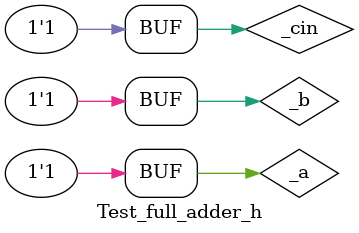
<source format=v>
module half_adder(x, y, c, s);
    input x, y;
    output c, s;

    // XOR gate to calculate sum
    xor(s, x, y);
    // AND gate to calculate carry
    and(c, x, y);
endmodule

module full_adder_h(a, b, cin, sum, cout);
    input a, b, cin;
    output sum, cout;
    wire w1, w2, w3;

    // Instantiate two half adders
    half_adder h1(.x(a), .y(b), .c(w1), .s(w2));
    half_adder h2(.x(cin), .y(w2), .c(w3), .s(sum));
    // OR gate to calculate carry-out
    or(cout, w3, w1);
endmodule

module Test_full_adder_h;
    reg _a, _b, _cin;
    wire _sum, _cout;

    // Instantiate full adder module for testing
    full_adder_h fa(.a(_a), .b(_b), .cin(_cin), .cout(_cout), .sum(_sum));

    // Initialize inputs
    initial begin
        _a = 1'b0; _b = 1'b0; _cin = 1'b0;
        #20
        _cin = 1'b1;
        #20
        _b = 1'b1; _cin = 1'b0;
        #20
        _cin = 1'b1;
        #20
        _a = 1'b1; _b = 1'b0; _cin = 1'b0;
        #20
        _cin = 1'b1;
        #20
        _b = 1'b1; _cin = 1'b0;
        #20
        _cin = 1'b1;
    end
endmodule
</source>
